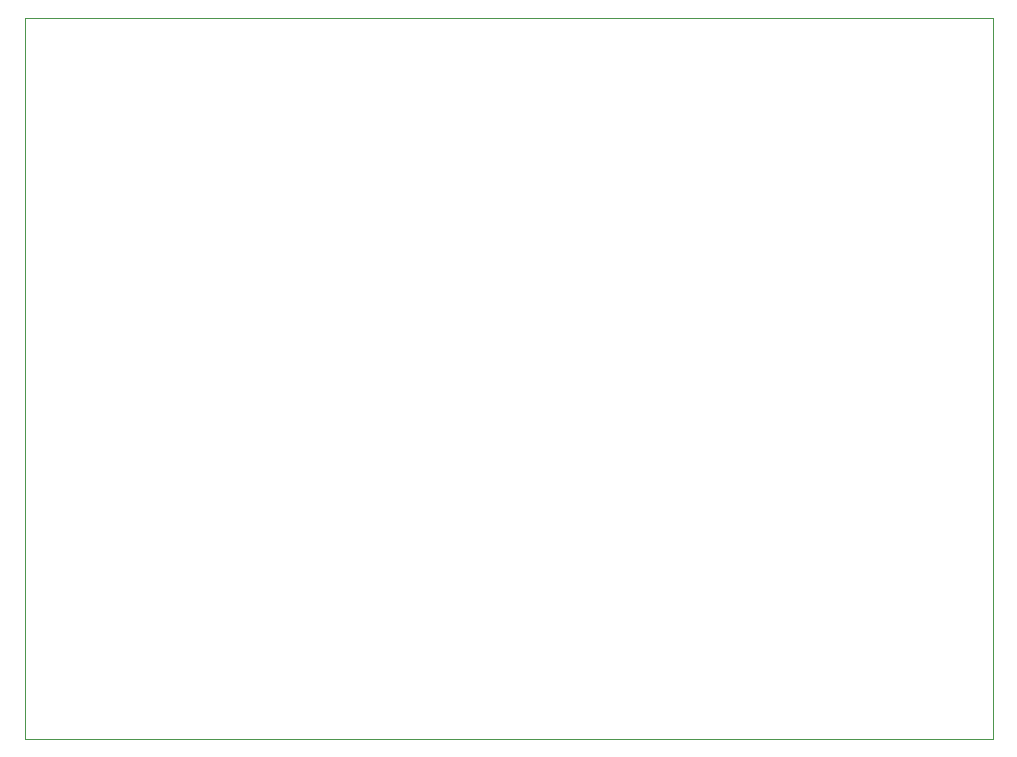
<source format=gbr>
%TF.GenerationSoftware,KiCad,Pcbnew,8.0.1*%
%TF.CreationDate,2024-09-23T21:20:22+09:00*%
%TF.ProjectId,Test2,54657374-322e-46b6-9963-61645f706362,rev?*%
%TF.SameCoordinates,Original*%
%TF.FileFunction,Profile,NP*%
%FSLAX46Y46*%
G04 Gerber Fmt 4.6, Leading zero omitted, Abs format (unit mm)*
G04 Created by KiCad (PCBNEW 8.0.1) date 2024-09-23 21:20:22*
%MOMM*%
%LPD*%
G01*
G04 APERTURE LIST*
%TA.AperFunction,Profile*%
%ADD10C,0.050000*%
%TD*%
G04 APERTURE END LIST*
D10*
X88000000Y-76000000D02*
X170000000Y-76000000D01*
X170000000Y-137000000D01*
X88000000Y-137000000D01*
X88000000Y-76000000D01*
M02*

</source>
